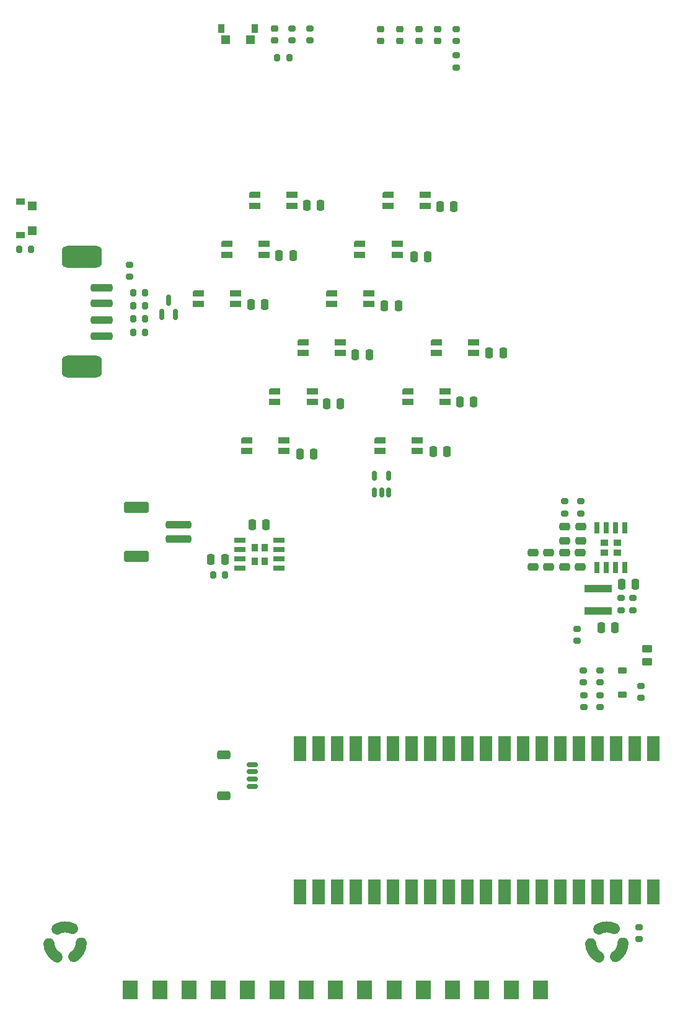
<source format=gbr>
%TF.GenerationSoftware,KiCad,Pcbnew,(7.0.0-0)*%
%TF.CreationDate,2023-03-26T20:27:34-07:00*%
%TF.ProjectId,voron_badge,766f726f-6e5f-4626-9164-67652e6b6963,rev?*%
%TF.SameCoordinates,Original*%
%TF.FileFunction,Paste,Bot*%
%TF.FilePolarity,Positive*%
%FSLAX46Y46*%
G04 Gerber Fmt 4.6, Leading zero omitted, Abs format (unit mm)*
G04 Created by KiCad (PCBNEW (7.0.0-0)) date 2023-03-26 20:27:34*
%MOMM*%
%LPD*%
G01*
G04 APERTURE LIST*
G04 Aperture macros list*
%AMRoundRect*
0 Rectangle with rounded corners*
0 $1 Rounding radius*
0 $2 $3 $4 $5 $6 $7 $8 $9 X,Y pos of 4 corners*
0 Add a 4 corners polygon primitive as box body*
4,1,4,$2,$3,$4,$5,$6,$7,$8,$9,$2,$3,0*
0 Add four circle primitives for the rounded corners*
1,1,$1+$1,$2,$3*
1,1,$1+$1,$4,$5*
1,1,$1+$1,$6,$7*
1,1,$1+$1,$8,$9*
0 Add four rect primitives between the rounded corners*
20,1,$1+$1,$2,$3,$4,$5,0*
20,1,$1+$1,$4,$5,$6,$7,0*
20,1,$1+$1,$6,$7,$8,$9,0*
20,1,$1+$1,$8,$9,$2,$3,0*%
%AMFreePoly0*
4,1,18,-0.800000,0.164000,-0.554000,0.410000,0.677000,0.410000,0.724070,0.400637,0.763974,0.373974,0.790637,0.334070,0.800000,0.287000,0.800000,-0.287000,0.790637,-0.334070,0.763974,-0.373974,0.724070,-0.400637,0.677000,-0.410000,-0.677000,-0.410000,-0.724070,-0.400637,-0.763974,-0.373974,-0.790637,-0.334070,-0.800000,-0.287000,-0.800000,0.164000,-0.800000,0.164000,$1*%
G04 Aperture macros list end*
%ADD10C,1.500000*%
%ADD11RoundRect,0.250000X-1.250000X-0.250000X1.250000X-0.250000X1.250000X0.250000X-1.250000X0.250000X0*%
%ADD12RoundRect,0.750000X2.000000X-0.750000X2.000000X0.750000X-2.000000X0.750000X-2.000000X-0.750000X0*%
%ADD13R,1.300000X1.150000*%
%ADD14R,1.200000X0.900000*%
%ADD15RoundRect,0.200000X-0.200000X-0.275000X0.200000X-0.275000X0.200000X0.275000X-0.200000X0.275000X0*%
%ADD16RoundRect,0.200000X-0.275000X0.200000X-0.275000X-0.200000X0.275000X-0.200000X0.275000X0.200000X0*%
%ADD17R,1.500000X0.650000*%
%ADD18R,0.810000X1.080000*%
%ADD19FreePoly0,0.000000*%
%ADD20R,1.600000X0.820000*%
%ADD21RoundRect,0.250000X0.250000X0.475000X-0.250000X0.475000X-0.250000X-0.475000X0.250000X-0.475000X0*%
%ADD22RoundRect,0.250000X1.500000X-0.250000X1.500000X0.250000X-1.500000X0.250000X-1.500000X-0.250000X0*%
%ADD23RoundRect,0.250001X1.449999X-0.499999X1.449999X0.499999X-1.449999X0.499999X-1.449999X-0.499999X0*%
%ADD24RoundRect,0.200000X0.200000X0.275000X-0.200000X0.275000X-0.200000X-0.275000X0.200000X-0.275000X0*%
%ADD25RoundRect,0.250000X0.475000X-0.250000X0.475000X0.250000X-0.475000X0.250000X-0.475000X-0.250000X0*%
%ADD26RoundRect,0.218750X-0.256250X0.218750X-0.256250X-0.218750X0.256250X-0.218750X0.256250X0.218750X0*%
%ADD27RoundRect,0.250000X-0.475000X0.250000X-0.475000X-0.250000X0.475000X-0.250000X0.475000X0.250000X0*%
%ADD28RoundRect,0.225000X0.375000X-0.225000X0.375000X0.225000X-0.375000X0.225000X-0.375000X-0.225000X0*%
%ADD29RoundRect,0.150000X0.150000X-0.512500X0.150000X0.512500X-0.150000X0.512500X-0.150000X-0.512500X0*%
%ADD30RoundRect,0.150000X0.625000X-0.150000X0.625000X0.150000X-0.625000X0.150000X-0.625000X-0.150000X0*%
%ADD31RoundRect,0.250000X0.650000X-0.350000X0.650000X0.350000X-0.650000X0.350000X-0.650000X-0.350000X0*%
%ADD32RoundRect,0.218750X0.256250X-0.218750X0.256250X0.218750X-0.256250X0.218750X-0.256250X-0.218750X0*%
%ADD33R,1.700000X3.500000*%
%ADD34R,0.650000X1.500000*%
%ADD35R,1.080000X0.810000*%
%ADD36R,3.700000X1.100000*%
%ADD37R,1.150000X1.300000*%
%ADD38R,0.900000X1.200000*%
%ADD39RoundRect,0.200000X0.275000X-0.200000X0.275000X0.200000X-0.275000X0.200000X-0.275000X-0.200000X0*%
%ADD40RoundRect,0.250000X-0.250000X-0.475000X0.250000X-0.475000X0.250000X0.475000X-0.250000X0.475000X0*%
%ADD41RoundRect,0.250000X0.450000X-0.262500X0.450000X0.262500X-0.450000X0.262500X-0.450000X-0.262500X0*%
%ADD42R,2.000000X2.600000*%
%ADD43RoundRect,0.150000X0.150000X-0.587500X0.150000X0.587500X-0.150000X0.587500X-0.150000X-0.587500X0*%
G04 APERTURE END LIST*
D10*
%TO.C,H2*%
X125646615Y-152233517D02*
G75*
G03*
X126670339Y-150370495I-1178544J1860384D01*
G01*
X122267660Y-150463590D02*
G75*
G03*
X123369221Y-152281672I2200411J90457D01*
G01*
X125489939Y-148422292D02*
G75*
G03*
X123364652Y-148467232I-1021868J-1950841D01*
G01*
%TO.C,H1*%
X199646615Y-152233517D02*
G75*
G03*
X200670339Y-150370495I-1178544J1860384D01*
G01*
X196267660Y-150463590D02*
G75*
G03*
X197369221Y-152281672I2200411J90457D01*
G01*
X199489939Y-148422292D02*
G75*
G03*
X197364652Y-148467232I-1021868J-1950841D01*
G01*
%TD*%
D11*
%TO.C,J1*%
X129430000Y-67500000D03*
X129430000Y-65350000D03*
X129430000Y-63050000D03*
X129430000Y-60900000D03*
D12*
X126730000Y-71700000D03*
X126730000Y-56700000D03*
%TD*%
D13*
%TO.C,SW1*%
X119949999Y-49774999D03*
X119949999Y-53124999D03*
D14*
X118399999Y-49149999D03*
X118399999Y-53749999D03*
%TD*%
D15*
%TO.C,R21*%
X133775000Y-61600000D03*
X135425000Y-61600000D03*
%TD*%
D16*
%TO.C,R14*%
X177895000Y-25587500D03*
X177895000Y-27237500D03*
%TD*%
D17*
%TO.C,U3*%
X153719999Y-95429999D03*
X153719999Y-96699999D03*
X153719999Y-97969999D03*
X153719999Y-99239999D03*
X148319999Y-99239999D03*
X148319999Y-97969999D03*
X148319999Y-96699999D03*
X148319999Y-95429999D03*
D18*
X151694999Y-98234999D03*
X151694999Y-96434999D03*
X150344999Y-98234999D03*
X150344999Y-96434999D03*
%TD*%
D19*
%TO.C,D2*%
X149258999Y-81726200D03*
D20*
X149258999Y-83226200D03*
X154358999Y-83226200D03*
X154358999Y-81726200D03*
%TD*%
D16*
%TO.C,R3*%
X197500000Y-116550000D03*
X197500000Y-118200000D03*
%TD*%
D21*
%TO.C,C11*%
X155600000Y-56500000D03*
X153700000Y-56500000D03*
%TD*%
D16*
%TO.C,R7*%
X194400000Y-107475000D03*
X194400000Y-109125000D03*
%TD*%
D22*
%TO.C,J2*%
X139950000Y-95250000D03*
X139950000Y-93250000D03*
D23*
X134200000Y-97600000D03*
X134200000Y-90900000D03*
%TD*%
D21*
%TO.C,C12*%
X159350000Y-49700000D03*
X157450000Y-49700000D03*
%TD*%
D16*
%TO.C,R18*%
X202040000Y-103275000D03*
X202040000Y-104925000D03*
%TD*%
D21*
%TO.C,C4*%
X158450000Y-83600000D03*
X156550000Y-83600000D03*
%TD*%
D19*
%TO.C,D12*%
X168577333Y-48265865D03*
D20*
X168577333Y-49765865D03*
X173677333Y-49765865D03*
X173677333Y-48265865D03*
%TD*%
D19*
%TO.C,D10*%
X164713666Y-54957932D03*
D20*
X164713666Y-56457932D03*
X169813666Y-56457932D03*
X169813666Y-54957932D03*
%TD*%
D24*
%TO.C,R23*%
X135425000Y-65200000D03*
X133775000Y-65200000D03*
%TD*%
%TO.C,R20*%
X135425000Y-63400000D03*
X133775000Y-63400000D03*
%TD*%
D19*
%TO.C,D11*%
X171309007Y-75034466D03*
D20*
X171309007Y-76534466D03*
X176409007Y-76534466D03*
X176409007Y-75034466D03*
%TD*%
D25*
%TO.C,C21*%
X190540000Y-99000000D03*
X190540000Y-97100000D03*
%TD*%
D19*
%TO.C,D4*%
X146527133Y-54957932D03*
D20*
X146527133Y-56457932D03*
X151627133Y-56457932D03*
X151627133Y-54957932D03*
%TD*%
D21*
%TO.C,C1*%
X176650000Y-83300000D03*
X174750000Y-83300000D03*
%TD*%
D26*
%TO.C,D14*%
X167605000Y-25625000D03*
X167605000Y-27200000D03*
%TD*%
D25*
%TO.C,C22*%
X188380000Y-99000000D03*
X188380000Y-97100000D03*
%TD*%
%TO.C,C19*%
X194860000Y-99000000D03*
X194860000Y-97100000D03*
%TD*%
D21*
%TO.C,C2*%
X180300000Y-76500000D03*
X178400000Y-76500000D03*
%TD*%
D26*
%TO.C,D18*%
X153075000Y-25562500D03*
X153075000Y-27137500D03*
%TD*%
D27*
%TO.C,C14*%
X192700000Y-93550000D03*
X192700000Y-95450000D03*
%TD*%
D21*
%TO.C,C8*%
X174000000Y-56700000D03*
X172100000Y-56700000D03*
%TD*%
D19*
%TO.C,D6*%
X150390799Y-48265865D03*
D20*
X150390799Y-49765865D03*
X155490799Y-49765865D03*
X155490799Y-48265865D03*
%TD*%
D28*
%TO.C,D1*%
X200600000Y-116500000D03*
X200600000Y-113200000D03*
%TD*%
D29*
%TO.C,U1*%
X168650000Y-88837500D03*
X167700000Y-88837500D03*
X166750000Y-88837500D03*
X166750000Y-86562500D03*
X168650000Y-86562500D03*
%TD*%
D16*
%TO.C,R1*%
X202900000Y-148200000D03*
X202900000Y-149850000D03*
%TD*%
D19*
%TO.C,D3*%
X142663466Y-61649999D03*
D20*
X142663466Y-63149999D03*
X147763466Y-63149999D03*
X147763466Y-61649999D03*
%TD*%
D30*
%TO.C,CN1*%
X150000000Y-129000000D03*
X150000000Y-128000000D03*
X150000000Y-127000000D03*
X150000000Y-126000000D03*
D31*
X146125000Y-130300000D03*
X146125000Y-124700000D03*
%TD*%
D32*
%TO.C,D17*%
X175375000Y-27200000D03*
X175375000Y-25625000D03*
%TD*%
D16*
%TO.C,R19*%
X200440000Y-103275000D03*
X200440000Y-104925000D03*
%TD*%
%TO.C,R11*%
X194900000Y-90075000D03*
X194900000Y-91725000D03*
%TD*%
D33*
%TO.C,U2*%
X204779999Y-143379999D03*
X202239999Y-143379999D03*
X199699999Y-143379999D03*
X197159999Y-143379999D03*
X194619999Y-143379999D03*
X192079999Y-143379999D03*
X189539999Y-143379999D03*
X186999999Y-143379999D03*
X184459999Y-143379999D03*
X181919999Y-143379999D03*
X179379999Y-143379999D03*
X176839999Y-143379999D03*
X174299999Y-143379999D03*
X171759999Y-143379999D03*
X169219999Y-143379999D03*
X166679999Y-143379999D03*
X164139999Y-143379999D03*
X161599999Y-143379999D03*
X159059999Y-143379999D03*
X156519999Y-143379999D03*
X156519999Y-123799999D03*
X159059999Y-123799999D03*
X161599999Y-123799999D03*
X164139999Y-123799999D03*
X166679999Y-123799999D03*
X169219999Y-123799999D03*
X171759999Y-123799999D03*
X174299999Y-123799999D03*
X176839999Y-123799999D03*
X179379999Y-123799999D03*
X181919999Y-123799999D03*
X184459999Y-123799999D03*
X186999999Y-123799999D03*
X189539999Y-123799999D03*
X192079999Y-123799999D03*
X194619999Y-123799999D03*
X197159999Y-123799999D03*
X199699999Y-123799999D03*
X202239999Y-123799999D03*
X204779999Y-123799999D03*
%TD*%
D15*
%TO.C,R24*%
X133775000Y-67000000D03*
X135425000Y-67000000D03*
%TD*%
D32*
%TO.C,D15*%
X170195000Y-27200000D03*
X170195000Y-25625000D03*
%TD*%
D34*
%TO.C,U4*%
X197099999Y-93724999D03*
X198369999Y-93724999D03*
X199639999Y-93724999D03*
X200909999Y-93724999D03*
X200909999Y-99124999D03*
X199639999Y-99124999D03*
X198369999Y-99124999D03*
X197099999Y-99124999D03*
D35*
X199904999Y-95749999D03*
X198104999Y-95749999D03*
X199904999Y-97099999D03*
X198104999Y-97099999D03*
%TD*%
D19*
%TO.C,D9*%
X167445341Y-81726533D03*
D20*
X167445341Y-83226533D03*
X172545341Y-83226533D03*
X172545341Y-81726533D03*
%TD*%
D36*
%TO.C,L1*%
X197239999Y-101999999D03*
X197239999Y-104999999D03*
%TD*%
D37*
%TO.C,SW2*%
X149749999Y-27099999D03*
X146399999Y-27099999D03*
D38*
X150374999Y-25549999D03*
X145774999Y-25549999D03*
%TD*%
D16*
%TO.C,R22*%
X155475000Y-25525000D03*
X155475000Y-27175000D03*
%TD*%
D39*
%TO.C,R12*%
X192700000Y-91725000D03*
X192700000Y-90075000D03*
%TD*%
D16*
%TO.C,R13*%
X177895000Y-29187500D03*
X177895000Y-30837500D03*
%TD*%
D40*
%TO.C,C17*%
X200490000Y-101400000D03*
X202390000Y-101400000D03*
%TD*%
D16*
%TO.C,R15*%
X133300000Y-57775000D03*
X133300000Y-59425000D03*
%TD*%
D19*
%TO.C,D7*%
X156986333Y-68342066D03*
D20*
X156986333Y-69842066D03*
X162086333Y-69842066D03*
X162086333Y-68342066D03*
%TD*%
D19*
%TO.C,D13*%
X175172674Y-68342399D03*
D20*
X175172674Y-69842399D03*
X180272674Y-69842399D03*
X180272674Y-68342399D03*
%TD*%
D19*
%TO.C,D8*%
X160849999Y-61649999D03*
D20*
X160849999Y-63149999D03*
X165949999Y-63149999D03*
X165949999Y-61649999D03*
%TD*%
D21*
%TO.C,C9*%
X177550000Y-49800000D03*
X175650000Y-49800000D03*
%TD*%
D39*
%TO.C,R16*%
X157875000Y-27175000D03*
X157875000Y-25525000D03*
%TD*%
D25*
%TO.C,C20*%
X192700000Y-99000000D03*
X192700000Y-97100000D03*
%TD*%
D21*
%TO.C,C7*%
X170000000Y-63400000D03*
X168100000Y-63400000D03*
%TD*%
%TO.C,C10*%
X151750000Y-63200000D03*
X149850000Y-63200000D03*
%TD*%
D41*
%TO.C,F1*%
X204000000Y-112025000D03*
X204000000Y-110200000D03*
%TD*%
D16*
%TO.C,R5*%
X195300000Y-116550000D03*
X195300000Y-118200000D03*
%TD*%
D27*
%TO.C,C15*%
X194900000Y-93550000D03*
X194900000Y-95450000D03*
%TD*%
D21*
%TO.C,C16*%
X151895000Y-93235000D03*
X149995000Y-93235000D03*
%TD*%
%TO.C,C6*%
X166000000Y-70100000D03*
X164100000Y-70100000D03*
%TD*%
%TO.C,C5*%
X162100000Y-76800000D03*
X160200000Y-76800000D03*
%TD*%
D26*
%TO.C,D16*%
X172785000Y-25625000D03*
X172785000Y-27200000D03*
%TD*%
D16*
%TO.C,R4*%
X195280000Y-113150000D03*
X195280000Y-114800000D03*
%TD*%
D21*
%TO.C,C3*%
X184300000Y-69800000D03*
X182400000Y-69800000D03*
%TD*%
D19*
%TO.C,D5*%
X153122666Y-75034133D03*
D20*
X153122666Y-76534133D03*
X158222666Y-76534133D03*
X158222666Y-75034133D03*
%TD*%
D15*
%TO.C,R8*%
X118175000Y-55650000D03*
X119825000Y-55650000D03*
%TD*%
D40*
%TO.C,C18*%
X197690000Y-107300000D03*
X199590000Y-107300000D03*
%TD*%
D39*
%TO.C,R6*%
X203100000Y-116925000D03*
X203100000Y-115275000D03*
%TD*%
D21*
%TO.C,C13*%
X146295000Y-98035000D03*
X144395000Y-98035000D03*
%TD*%
D24*
%TO.C,R10*%
X146345000Y-100170000D03*
X144695000Y-100170000D03*
%TD*%
D42*
%TO.C,J3*%
X133399999Y-156799999D03*
X137399999Y-156799999D03*
X141399999Y-156799999D03*
X145399999Y-156799999D03*
X149399999Y-156799999D03*
X153399999Y-156799999D03*
X157399999Y-156799999D03*
X161399999Y-156799999D03*
X165399999Y-156799999D03*
X169399999Y-156799999D03*
X173399999Y-156799999D03*
X177399999Y-156799999D03*
X181399999Y-156799999D03*
X185399999Y-156799999D03*
X189399999Y-156799999D03*
%TD*%
D24*
%TO.C,R17*%
X155100000Y-29550000D03*
X153450000Y-29550000D03*
%TD*%
D16*
%TO.C,R2*%
X197500000Y-113150000D03*
X197500000Y-114800000D03*
%TD*%
D43*
%TO.C,Q1*%
X139550000Y-64537500D03*
X137650000Y-64537500D03*
X138600000Y-62662500D03*
%TD*%
M02*

</source>
